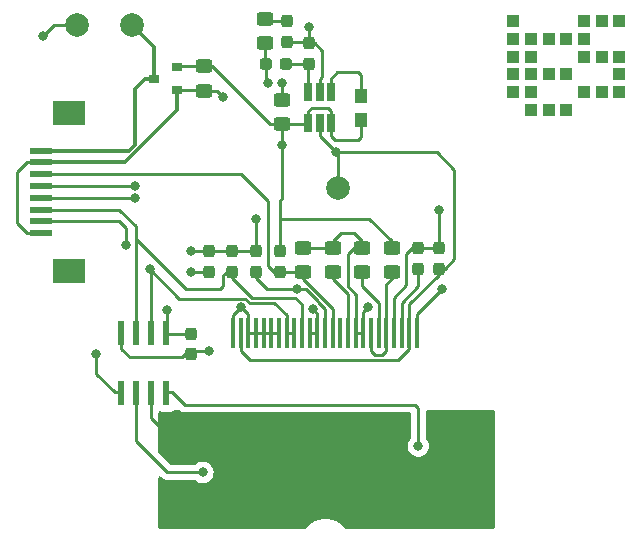
<source format=gtl>
G04 #@! TF.GenerationSoftware,KiCad,Pcbnew,(6.0.1-0)*
G04 #@! TF.CreationDate,2022-03-11T23:22:37+01:00*
G04 #@! TF.ProjectId,LidPCB,4c696450-4342-42e6-9b69-6361645f7063,rev?*
G04 #@! TF.SameCoordinates,Original*
G04 #@! TF.FileFunction,Copper,L1,Top*
G04 #@! TF.FilePolarity,Positive*
%FSLAX46Y46*%
G04 Gerber Fmt 4.6, Leading zero omitted, Abs format (unit mm)*
G04 Created by KiCad (PCBNEW (6.0.1-0)) date 2022-03-11 23:22:37*
%MOMM*%
%LPD*%
G01*
G04 APERTURE LIST*
G04 Aperture macros list*
%AMRoundRect*
0 Rectangle with rounded corners*
0 $1 Rounding radius*
0 $2 $3 $4 $5 $6 $7 $8 $9 X,Y pos of 4 corners*
0 Add a 4 corners polygon primitive as box body*
4,1,4,$2,$3,$4,$5,$6,$7,$8,$9,$2,$3,0*
0 Add four circle primitives for the rounded corners*
1,1,$1+$1,$2,$3*
1,1,$1+$1,$4,$5*
1,1,$1+$1,$6,$7*
1,1,$1+$1,$8,$9*
0 Add four rect primitives between the rounded corners*
20,1,$1+$1,$2,$3,$4,$5,0*
20,1,$1+$1,$4,$5,$6,$7,0*
20,1,$1+$1,$6,$7,$8,$9,0*
20,1,$1+$1,$8,$9,$2,$3,0*%
G04 Aperture macros list end*
G04 #@! TA.AperFunction,SMDPad,CuDef*
%ADD10C,2.000000*%
G04 #@! TD*
G04 #@! TA.AperFunction,SMDPad,CuDef*
%ADD11R,1.000000X1.000000*%
G04 #@! TD*
G04 #@! TA.AperFunction,SMDPad,CuDef*
%ADD12RoundRect,0.250000X0.450000X-0.325000X0.450000X0.325000X-0.450000X0.325000X-0.450000X-0.325000X0*%
G04 #@! TD*
G04 #@! TA.AperFunction,SMDPad,CuDef*
%ADD13RoundRect,0.250000X-0.450000X0.325000X-0.450000X-0.325000X0.450000X-0.325000X0.450000X0.325000X0*%
G04 #@! TD*
G04 #@! TA.AperFunction,SMDPad,CuDef*
%ADD14RoundRect,0.237500X-0.237500X0.287500X-0.237500X-0.287500X0.237500X-0.287500X0.237500X0.287500X0*%
G04 #@! TD*
G04 #@! TA.AperFunction,SMDPad,CuDef*
%ADD15R,1.000000X1.200000*%
G04 #@! TD*
G04 #@! TA.AperFunction,SMDPad,CuDef*
%ADD16R,1.000000X1.250000*%
G04 #@! TD*
G04 #@! TA.AperFunction,SMDPad,CuDef*
%ADD17RoundRect,0.237500X0.237500X-0.287500X0.237500X0.287500X-0.237500X0.287500X-0.237500X-0.287500X0*%
G04 #@! TD*
G04 #@! TA.AperFunction,SMDPad,CuDef*
%ADD18R,0.900000X0.800000*%
G04 #@! TD*
G04 #@! TA.AperFunction,SMDPad,CuDef*
%ADD19R,1.900000X0.600000*%
G04 #@! TD*
G04 #@! TA.AperFunction,SMDPad,CuDef*
%ADD20R,2.800000X2.100000*%
G04 #@! TD*
G04 #@! TA.AperFunction,SMDPad,CuDef*
%ADD21R,0.650000X1.560000*%
G04 #@! TD*
G04 #@! TA.AperFunction,SMDPad,CuDef*
%ADD22RoundRect,0.237500X-0.287500X-0.237500X0.287500X-0.237500X0.287500X0.237500X-0.287500X0.237500X0*%
G04 #@! TD*
G04 #@! TA.AperFunction,SMDPad,CuDef*
%ADD23R,0.350000X2.500000*%
G04 #@! TD*
G04 #@! TA.AperFunction,SMDPad,CuDef*
%ADD24R,0.558800X2.126800*%
G04 #@! TD*
G04 #@! TA.AperFunction,ViaPad*
%ADD25C,0.800000*%
G04 #@! TD*
G04 #@! TA.AperFunction,Conductor*
%ADD26C,0.250000*%
G04 #@! TD*
G04 #@! TA.AperFunction,Conductor*
%ADD27C,0.300000*%
G04 #@! TD*
G04 APERTURE END LIST*
D10*
X141920000Y-87140000D03*
X119825000Y-73375000D03*
X124550000Y-73400000D03*
D11*
X156775000Y-73050000D03*
X162775000Y-73050000D03*
X164275000Y-73050000D03*
X165775000Y-73050000D03*
X156775000Y-74550000D03*
X158275000Y-74550000D03*
X159775000Y-74550000D03*
X161275000Y-74550000D03*
X162775000Y-74550000D03*
X156775000Y-76050000D03*
X158275000Y-76050000D03*
X162775000Y-76050000D03*
X164275000Y-76050000D03*
X165775000Y-76050000D03*
X156775000Y-77550000D03*
X158275000Y-77550000D03*
X159775000Y-77550000D03*
X161275000Y-77550000D03*
X165775000Y-77550000D03*
X156775000Y-79050000D03*
X158275000Y-79050000D03*
X162775000Y-79050000D03*
X164275000Y-79050000D03*
X165775000Y-79050000D03*
X158275000Y-80550000D03*
X159775000Y-80550000D03*
X161275000Y-80550000D03*
D12*
X130600000Y-78925000D03*
X130600000Y-76875000D03*
D13*
X139000000Y-92250000D03*
X139000000Y-94300000D03*
D14*
X150500000Y-92250000D03*
X150500000Y-94000000D03*
D12*
X146500000Y-94300000D03*
X146500000Y-92250000D03*
D15*
X143900000Y-79350000D03*
D16*
X143900000Y-81375000D03*
D14*
X131000000Y-92500000D03*
X131000000Y-94250000D03*
X133000000Y-92500000D03*
X133000000Y-94250000D03*
X135000000Y-92500000D03*
X135000000Y-94250000D03*
D12*
X141500000Y-94300000D03*
X141500000Y-92250000D03*
D17*
X139500000Y-76675000D03*
X139500000Y-74925000D03*
D18*
X128350000Y-78850000D03*
X128350000Y-76950000D03*
X126350000Y-77900000D03*
D19*
X116800000Y-91000000D03*
X116800000Y-90000000D03*
X116800000Y-89000000D03*
X116800000Y-88000000D03*
X116800000Y-87000000D03*
X116800000Y-86000000D03*
X116800000Y-85000000D03*
X116800000Y-84000000D03*
D20*
X119150000Y-94150000D03*
X119150000Y-80850000D03*
D17*
X129500000Y-101250000D03*
X129500000Y-99500000D03*
D21*
X139450000Y-81700000D03*
X140400000Y-81700000D03*
X141350000Y-81700000D03*
X141350000Y-79000000D03*
X140400000Y-79000000D03*
X139450000Y-79000000D03*
D22*
X135825000Y-76700000D03*
X137575000Y-76700000D03*
D12*
X137250000Y-81775000D03*
X137250000Y-79725000D03*
D14*
X137600000Y-73025000D03*
X137600000Y-74775000D03*
D12*
X135800000Y-74925000D03*
X135800000Y-72875000D03*
D23*
X148650000Y-99450000D03*
X148000000Y-99450000D03*
X147350000Y-99450000D03*
X146700000Y-99450000D03*
X146050000Y-99450000D03*
X145400000Y-99450000D03*
X144750000Y-99450000D03*
X144100000Y-99450000D03*
X143450000Y-99450000D03*
X142800000Y-99450000D03*
X142150000Y-99450000D03*
X141500000Y-99450000D03*
X140850000Y-99450000D03*
X140200000Y-99450000D03*
X139550000Y-99450000D03*
X138900000Y-99450000D03*
X138250000Y-99450000D03*
X137600000Y-99450000D03*
X136950000Y-99450000D03*
X136300000Y-99450000D03*
X135650000Y-99450000D03*
X135000000Y-99450000D03*
X134350000Y-99450000D03*
X133700000Y-99450000D03*
X133050000Y-99450000D03*
D14*
X148750000Y-92250000D03*
X148750000Y-94000000D03*
X137000000Y-92500000D03*
X137000000Y-94250000D03*
D24*
X127405000Y-99463400D03*
X126135000Y-99450000D03*
X124865000Y-99450000D03*
X123595000Y-99450000D03*
X123595000Y-104550000D03*
X124865000Y-104550000D03*
X126135000Y-104550000D03*
X127405000Y-104550000D03*
D12*
X144000000Y-94300000D03*
X144000000Y-92250000D03*
D25*
X116950000Y-74300000D03*
X135000000Y-89750000D03*
X129500000Y-92500000D03*
X137250000Y-83500000D03*
X131000000Y-101000000D03*
X139800000Y-97400000D03*
X144500000Y-97250000D03*
X150750000Y-95750000D03*
X121500000Y-101250000D03*
X133750000Y-97250000D03*
X132250000Y-79500000D03*
X139500000Y-73500000D03*
X137250000Y-78250000D03*
X150500000Y-89000000D03*
X136000000Y-78250000D03*
X141800000Y-84130000D03*
X138501907Y-95741100D03*
X124750000Y-88000000D03*
X129500000Y-94250000D03*
X124000000Y-92000000D03*
X126000000Y-94000000D03*
X127500000Y-97500000D03*
X124750000Y-87000000D03*
X148750000Y-109000000D03*
X127750000Y-108250000D03*
X130500000Y-111250000D03*
D26*
X116950000Y-74300000D02*
X117875000Y-73375000D01*
X117875000Y-73375000D02*
X119825000Y-73375000D01*
X141920000Y-87140000D02*
X141920000Y-84250000D01*
X141920000Y-84250000D02*
X141800000Y-84130000D01*
D27*
X126350000Y-77900000D02*
X126350000Y-75200000D01*
X126350000Y-75200000D02*
X124550000Y-73400000D01*
D26*
X123595000Y-100776800D02*
X123595000Y-99536200D01*
X130600000Y-76875000D02*
X128425000Y-76875000D01*
X130600000Y-76875000D02*
X131300000Y-76875000D01*
X141350000Y-80650000D02*
X141350000Y-81700000D01*
X135000000Y-92500000D02*
X133000000Y-92500000D01*
X131300000Y-76875000D02*
X136200000Y-81775000D01*
X124318200Y-101500000D02*
X123595000Y-100776800D01*
X137000000Y-91975000D02*
X137000000Y-92500000D01*
X146400000Y-92150000D02*
X146500000Y-92250000D01*
X136200000Y-81775000D02*
X137250000Y-81775000D01*
X137250000Y-88000000D02*
X137250000Y-83500000D01*
X146500000Y-91675000D02*
X144575000Y-89750000D01*
X137000000Y-89750000D02*
X137000000Y-88250000D01*
X129500000Y-101250000D02*
X129025000Y-101250000D01*
X128775000Y-101500000D02*
X124318200Y-101500000D01*
X141100000Y-80400000D02*
X141350000Y-80650000D01*
X129025000Y-101250000D02*
X128775000Y-101500000D01*
X143900000Y-82850000D02*
X143900000Y-81200000D01*
X137000000Y-88250000D02*
X137250000Y-88000000D01*
X133000000Y-92500000D02*
X131000000Y-92500000D01*
X139450000Y-80670000D02*
X139720000Y-80400000D01*
X137250000Y-81775000D02*
X139375000Y-81775000D01*
X141350000Y-81700000D02*
X141350000Y-82730000D01*
X135000000Y-89750000D02*
X135000000Y-92500000D01*
X143650000Y-83100000D02*
X143900000Y-82850000D01*
X129750000Y-101000000D02*
X129500000Y-101250000D01*
X131000000Y-101000000D02*
X129750000Y-101000000D01*
X144575000Y-89750000D02*
X137565685Y-89750000D01*
X141720000Y-83100000D02*
X143650000Y-83100000D01*
X128425000Y-76875000D02*
X128350000Y-76950000D01*
X146500000Y-92250000D02*
X146500000Y-91675000D01*
X139375000Y-81775000D02*
X139450000Y-81700000D01*
X131000000Y-92500000D02*
X129500000Y-92500000D01*
X137000000Y-92500000D02*
X137000000Y-89750000D01*
X139450000Y-81700000D02*
X139450000Y-80670000D01*
X137250000Y-81775000D02*
X137250000Y-83500000D01*
X137565685Y-89750000D02*
X137000000Y-89750000D01*
X139720000Y-80400000D02*
X141100000Y-80400000D01*
X141350000Y-82730000D02*
X141720000Y-83100000D01*
X139550000Y-99450000D02*
X140200000Y-99450000D01*
X134350000Y-99450000D02*
X134350000Y-97950000D01*
X150525000Y-92225000D02*
X150500000Y-92250000D01*
X135000000Y-99450000D02*
X135650000Y-99450000D01*
X116800000Y-85000000D02*
X115600000Y-85000000D01*
X139000000Y-92250000D02*
X141500000Y-92250000D01*
X141500000Y-92250000D02*
X141500000Y-91675000D01*
X140400000Y-79000000D02*
X140400000Y-77970000D01*
X144100000Y-99450000D02*
X143450000Y-99450000D01*
X142755705Y-95494295D02*
X142755705Y-92794295D01*
X144000000Y-91675000D02*
X144000000Y-92250000D01*
X143450000Y-99450000D02*
X143450000Y-96188590D01*
X123595000Y-104463800D02*
X123065600Y-104463800D01*
X148250000Y-92250000D02*
X148750000Y-92250000D01*
X140400000Y-77970000D02*
X140600000Y-77770000D01*
X148750000Y-92250000D02*
X150500000Y-92250000D01*
X150500000Y-92250000D02*
X150500000Y-89000000D01*
X139975000Y-74925000D02*
X139500000Y-74925000D01*
X131675000Y-78925000D02*
X132250000Y-79500000D01*
X140600000Y-75550000D02*
X139975000Y-74925000D01*
X128350000Y-78850000D02*
X130525000Y-78850000D01*
X148650000Y-99450000D02*
X148650000Y-97850000D01*
X147750000Y-95400000D02*
X147750000Y-92750000D01*
X142755705Y-92794295D02*
X143300000Y-92250000D01*
X140200000Y-99450000D02*
X140200000Y-97800000D01*
X121500000Y-102898200D02*
X121500000Y-101250000D01*
X133050000Y-97950000D02*
X133750000Y-97250000D01*
D27*
X123886410Y-85000000D02*
X116800000Y-85000000D01*
D26*
X143325000Y-91000000D02*
X144000000Y-91675000D01*
X147750000Y-92750000D02*
X148250000Y-92250000D01*
X134350000Y-99450000D02*
X135000000Y-99450000D01*
X137250000Y-79725000D02*
X137250000Y-78250000D01*
X143300000Y-92250000D02*
X144000000Y-92250000D01*
X146700000Y-96450000D02*
X147750000Y-95400000D01*
X140200000Y-97800000D02*
X139800000Y-97400000D01*
D27*
X128350000Y-80536410D02*
X123886410Y-85000000D01*
D26*
X139350000Y-74775000D02*
X139500000Y-74925000D01*
X130525000Y-78850000D02*
X130600000Y-78925000D01*
X130600000Y-78925000D02*
X131675000Y-78925000D01*
X148650000Y-97850000D02*
X150750000Y-95750000D01*
D27*
X128350000Y-78850000D02*
X128350000Y-80536410D01*
D26*
X123065600Y-104463800D02*
X121500000Y-102898200D01*
X144100000Y-99450000D02*
X144100000Y-97650000D01*
X134350000Y-97850000D02*
X133750000Y-97250000D01*
X144100000Y-97650000D02*
X144500000Y-97250000D01*
X115600000Y-85000000D02*
X114750000Y-85850000D01*
X142175000Y-91000000D02*
X143325000Y-91000000D01*
X143450000Y-96188590D02*
X142755705Y-95494295D01*
X140600000Y-77770000D02*
X140600000Y-75550000D01*
X114750000Y-90150000D02*
X115600000Y-91000000D01*
X136300000Y-99450000D02*
X136950000Y-99450000D01*
X141500000Y-91675000D02*
X142175000Y-91000000D01*
X133050000Y-97950000D02*
X133050000Y-99450000D01*
X135650000Y-99450000D02*
X136300000Y-99450000D01*
X137600000Y-74775000D02*
X139350000Y-74775000D01*
X139500000Y-74925000D02*
X139500000Y-73500000D01*
X146700000Y-99450000D02*
X146700000Y-96450000D01*
X134350000Y-97950000D02*
X134350000Y-97850000D01*
X114750000Y-85850000D02*
X114750000Y-90150000D01*
X115600000Y-91000000D02*
X116800000Y-91000000D01*
X133700000Y-100950000D02*
X133700000Y-99450000D01*
X150300000Y-84130000D02*
X151800000Y-85630000D01*
X148000000Y-99450000D02*
X148000000Y-100810002D01*
X150975000Y-94000000D02*
X150500000Y-94000000D01*
X135800000Y-76675000D02*
X135825000Y-76700000D01*
X148000000Y-100810002D02*
X147059992Y-101750010D01*
X147059992Y-101750010D02*
X134500010Y-101750010D01*
X148000000Y-97025000D02*
X148000000Y-97950000D01*
X150500000Y-94000000D02*
X150500000Y-94525000D01*
X140400000Y-81700000D02*
X140400000Y-82730000D01*
X134500010Y-101750010D02*
X133700000Y-100950000D01*
X135800000Y-74925000D02*
X135800000Y-76675000D01*
X135825000Y-76700000D02*
X135825000Y-78075000D01*
X148000000Y-97950000D02*
X148000000Y-99450000D01*
X141800000Y-84130000D02*
X150300000Y-84130000D01*
X140400000Y-82730000D02*
X141800000Y-84130000D01*
X150500000Y-94525000D02*
X148000000Y-97025000D01*
X151800000Y-85630000D02*
X151800000Y-93175000D01*
X135825000Y-78075000D02*
X136000000Y-78250000D01*
X151800000Y-93175000D02*
X150975000Y-94000000D01*
X135950000Y-73025000D02*
X135800000Y-72875000D01*
X137600000Y-73025000D02*
X135950000Y-73025000D01*
D27*
X124750000Y-82250000D02*
X124750000Y-78750000D01*
X124250000Y-84000000D02*
X116800000Y-84000000D01*
X124750000Y-82250000D02*
X124750000Y-83500000D01*
X124750000Y-78750000D02*
X125600000Y-77900000D01*
X124750000Y-83500000D02*
X124250000Y-84000000D01*
X125600000Y-77900000D02*
X126350000Y-77900000D01*
D26*
X133750000Y-86000000D02*
X116800000Y-86000000D01*
X141500000Y-97375000D02*
X141500000Y-97950000D01*
X136500000Y-94250000D02*
X136000000Y-93750000D01*
X139000000Y-94300000D02*
X139000000Y-94875000D01*
X136000000Y-88250000D02*
X133750000Y-86000000D01*
X137000000Y-94250000D02*
X136500000Y-94250000D01*
X139000000Y-94300000D02*
X137050000Y-94300000D01*
X141500000Y-97950000D02*
X141500000Y-99450000D01*
X136000000Y-93750000D02*
X136000000Y-88250000D01*
X139000000Y-94875000D02*
X141500000Y-97375000D01*
X137050000Y-94300000D02*
X137000000Y-94250000D01*
X138900000Y-97000000D02*
X138350010Y-96450010D01*
X129100000Y-95750000D02*
X124865000Y-91515000D01*
X123450000Y-89000000D02*
X116800000Y-89000000D01*
X124865000Y-90415000D02*
X123450000Y-89000000D01*
X133000000Y-94775000D02*
X133000000Y-94250000D01*
X124865000Y-99536200D02*
X124865000Y-91515000D01*
X138900000Y-99450000D02*
X138900000Y-97000000D01*
X133000000Y-94250000D02*
X132525000Y-94250000D01*
X138350010Y-96450010D02*
X134675010Y-96450010D01*
X124865000Y-91515000D02*
X124865000Y-90415000D01*
X132250000Y-95500000D02*
X132000000Y-95750000D01*
X132000000Y-95750000D02*
X129100000Y-95750000D01*
X132525000Y-94250000D02*
X132250000Y-94525000D01*
X134675010Y-96450010D02*
X133000000Y-94775000D01*
X132250000Y-94525000D02*
X132250000Y-95500000D01*
X135966100Y-95741100D02*
X138501907Y-95741100D01*
X135000000Y-94250000D02*
X135000000Y-94775000D01*
X140850000Y-97376998D02*
X140850000Y-97950000D01*
X138501907Y-95741100D02*
X139229690Y-95741100D01*
X140850000Y-97950000D02*
X140850000Y-99450000D01*
X139229690Y-95741100D02*
X140250000Y-96761410D01*
X140250000Y-96776998D02*
X140850000Y-97376998D01*
X140250000Y-96761410D02*
X140250000Y-96776998D01*
X135000000Y-94775000D02*
X135966100Y-95741100D01*
X124750000Y-88000000D02*
X116800000Y-88000000D01*
X123450000Y-90000000D02*
X124000000Y-90550000D01*
X131000000Y-94250000D02*
X129500000Y-94250000D01*
X137600000Y-97950000D02*
X137600000Y-99450000D01*
X134473022Y-96900020D02*
X136550020Y-96900020D01*
X134098001Y-96524999D02*
X134473022Y-96900020D01*
X136550020Y-96900020D02*
X137600000Y-97950000D01*
X126000000Y-94000000D02*
X128524999Y-96524999D01*
X123800000Y-91800000D02*
X124000000Y-92000000D01*
X126135000Y-99536200D02*
X126135000Y-94135000D01*
X128524999Y-96524999D02*
X134098001Y-96524999D01*
X138250000Y-99450000D02*
X137600000Y-99450000D01*
X124000000Y-90550000D02*
X124000000Y-92000000D01*
X126135000Y-94135000D02*
X126000000Y-94000000D01*
X116800000Y-90000000D02*
X123450000Y-90000000D01*
X124750000Y-87000000D02*
X116800000Y-87000000D01*
X129463800Y-99536200D02*
X129500000Y-99500000D01*
X127405000Y-99536200D02*
X129463800Y-99536200D01*
X127500000Y-99441200D02*
X127405000Y-99536200D01*
X127500000Y-97500000D02*
X127500000Y-99441200D01*
X148750000Y-105750000D02*
X148750000Y-106250000D01*
X148750000Y-106250000D02*
X148750000Y-109000000D01*
X128970600Y-105500000D02*
X148500000Y-105500000D01*
X127934400Y-104463800D02*
X128970600Y-105500000D01*
X148500000Y-105500000D02*
X148750000Y-105750000D01*
X127405000Y-104463800D02*
X127934400Y-104463800D01*
X126135000Y-104463800D02*
X126135000Y-106635000D01*
X126135000Y-106635000D02*
X127750000Y-108250000D01*
X124865000Y-108615000D02*
X127500000Y-111250000D01*
X124865000Y-104463800D02*
X124865000Y-108615000D01*
X127500000Y-111250000D02*
X130500000Y-111250000D01*
X147350000Y-96900000D02*
X148750000Y-95500000D01*
X148750000Y-95500000D02*
X148750000Y-94000000D01*
X147350000Y-96900000D02*
X147350000Y-99450000D01*
X145400000Y-96900000D02*
X144000000Y-95500000D01*
X144000000Y-95500000D02*
X144000000Y-94300000D01*
X145400000Y-99450000D02*
X145400000Y-96900000D01*
X146050000Y-100950000D02*
X146050000Y-99450000D01*
X144750000Y-100950000D02*
X145100000Y-101300000D01*
X145100000Y-101300000D02*
X145700000Y-101300000D01*
X146500000Y-94875000D02*
X146050000Y-95325000D01*
X146050000Y-97950000D02*
X146050000Y-99450000D01*
X144750000Y-99450000D02*
X144750000Y-100950000D01*
X146500000Y-94300000D02*
X146500000Y-94875000D01*
X145700000Y-101300000D02*
X146050000Y-100950000D01*
X146050000Y-95325000D02*
X146050000Y-97950000D01*
X142800000Y-97950000D02*
X142800000Y-99450000D01*
X141500000Y-94300000D02*
X141500000Y-94875000D01*
X141500000Y-94875000D02*
X142800000Y-96175000D01*
X142800000Y-96175000D02*
X142800000Y-97950000D01*
X141900000Y-77350000D02*
X143650000Y-77350000D01*
X141350000Y-79000000D02*
X141350000Y-77900000D01*
X143900000Y-77600000D02*
X143900000Y-79500000D01*
X143650000Y-77350000D02*
X143900000Y-77600000D01*
X141350000Y-77900000D02*
X141900000Y-77350000D01*
X139450000Y-76725000D02*
X139500000Y-76675000D01*
X137575000Y-76700000D02*
X139475000Y-76700000D01*
X139475000Y-76700000D02*
X139500000Y-76675000D01*
X139450000Y-79000000D02*
X139450000Y-76725000D01*
G04 #@! TA.AperFunction,Conductor*
G36*
X128594503Y-106018000D02*
G01*
X128595280Y-106016587D01*
X128613034Y-106026348D01*
X128629553Y-106037199D01*
X128645559Y-106049614D01*
X128652828Y-106052759D01*
X128652832Y-106052762D01*
X128686137Y-106067174D01*
X128696787Y-106072391D01*
X128735540Y-106093695D01*
X128743215Y-106095666D01*
X128743216Y-106095666D01*
X128755162Y-106098733D01*
X128773867Y-106105137D01*
X128792455Y-106113181D01*
X128800278Y-106114420D01*
X128800288Y-106114423D01*
X128836124Y-106120099D01*
X128847744Y-106122505D01*
X128882889Y-106131528D01*
X128890570Y-106133500D01*
X128910824Y-106133500D01*
X128930534Y-106135051D01*
X128950543Y-106138220D01*
X128958435Y-106137474D01*
X128994561Y-106134059D01*
X129006419Y-106133500D01*
X147990500Y-106133500D01*
X148058621Y-106153502D01*
X148105114Y-106207158D01*
X148116500Y-106259500D01*
X148116500Y-108297476D01*
X148096498Y-108365597D01*
X148084142Y-108381779D01*
X148010960Y-108463056D01*
X147915473Y-108628444D01*
X147856458Y-108810072D01*
X147836496Y-109000000D01*
X147856458Y-109189928D01*
X147915473Y-109371556D01*
X148010960Y-109536944D01*
X148138747Y-109678866D01*
X148293248Y-109791118D01*
X148299276Y-109793802D01*
X148299278Y-109793803D01*
X148461681Y-109866109D01*
X148467712Y-109868794D01*
X148561112Y-109888647D01*
X148648056Y-109907128D01*
X148648061Y-109907128D01*
X148654513Y-109908500D01*
X148845487Y-109908500D01*
X148851939Y-109907128D01*
X148851944Y-109907128D01*
X148938888Y-109888647D01*
X149032288Y-109868794D01*
X149038319Y-109866109D01*
X149200722Y-109793803D01*
X149200724Y-109793802D01*
X149206752Y-109791118D01*
X149361253Y-109678866D01*
X149489040Y-109536944D01*
X149584527Y-109371556D01*
X149643542Y-109189928D01*
X149663504Y-109000000D01*
X149643542Y-108810072D01*
X149584527Y-108628444D01*
X149489040Y-108463056D01*
X149415863Y-108381785D01*
X149385147Y-108317779D01*
X149383500Y-108297476D01*
X149383500Y-106126000D01*
X149403502Y-106057879D01*
X149457158Y-106011386D01*
X149509500Y-106000000D01*
X155124000Y-106000000D01*
X155192121Y-106020002D01*
X155238614Y-106073658D01*
X155250000Y-106126000D01*
X155250000Y-115874000D01*
X155229998Y-115942121D01*
X155176342Y-115988614D01*
X155124000Y-116000000D01*
X142614775Y-116000000D01*
X142546654Y-115979998D01*
X142516441Y-115952781D01*
X142465255Y-115888891D01*
X142462578Y-115885549D01*
X142459476Y-115882605D01*
X142459472Y-115882601D01*
X142252204Y-115685911D01*
X142252201Y-115685909D01*
X142249095Y-115682961D01*
X142010092Y-115511220D01*
X141749993Y-115373504D01*
X141473610Y-115272362D01*
X141186057Y-115209666D01*
X141145486Y-115206473D01*
X140957691Y-115191693D01*
X140957682Y-115191693D01*
X140955234Y-115191500D01*
X140796010Y-115191500D01*
X140793874Y-115191646D01*
X140793863Y-115191646D01*
X140580650Y-115206181D01*
X140580644Y-115206182D01*
X140576373Y-115206473D01*
X140572178Y-115207342D01*
X140572176Y-115207342D01*
X140432276Y-115236314D01*
X140288180Y-115266155D01*
X140010753Y-115364397D01*
X139749226Y-115499382D01*
X139745725Y-115501843D01*
X139745721Y-115501845D01*
X139511948Y-115666144D01*
X139508438Y-115668611D01*
X139292844Y-115868952D01*
X139290130Y-115872268D01*
X139290128Y-115872270D01*
X139223392Y-115953806D01*
X139164767Y-115993852D01*
X139125888Y-116000000D01*
X126876000Y-116000000D01*
X126807879Y-115979998D01*
X126761386Y-115926342D01*
X126750000Y-115874000D01*
X126750000Y-111700095D01*
X126770002Y-111631974D01*
X126823658Y-111585481D01*
X126893932Y-111575377D01*
X126958512Y-111604871D01*
X126965095Y-111611000D01*
X126996348Y-111642253D01*
X127003888Y-111650539D01*
X127008000Y-111657018D01*
X127013777Y-111662443D01*
X127057651Y-111703643D01*
X127060493Y-111706398D01*
X127080230Y-111726135D01*
X127083427Y-111728615D01*
X127092447Y-111736318D01*
X127124679Y-111766586D01*
X127131625Y-111770405D01*
X127131628Y-111770407D01*
X127142434Y-111776348D01*
X127158953Y-111787199D01*
X127174959Y-111799614D01*
X127182228Y-111802759D01*
X127182232Y-111802762D01*
X127215537Y-111817174D01*
X127226187Y-111822391D01*
X127264940Y-111843695D01*
X127272615Y-111845666D01*
X127272616Y-111845666D01*
X127284562Y-111848733D01*
X127303267Y-111855137D01*
X127321855Y-111863181D01*
X127329678Y-111864420D01*
X127329688Y-111864423D01*
X127365524Y-111870099D01*
X127377144Y-111872505D01*
X127412289Y-111881528D01*
X127419970Y-111883500D01*
X127440224Y-111883500D01*
X127459934Y-111885051D01*
X127479943Y-111888220D01*
X127487835Y-111887474D01*
X127523961Y-111884059D01*
X127535819Y-111883500D01*
X129791800Y-111883500D01*
X129859921Y-111903502D01*
X129879147Y-111919843D01*
X129879420Y-111919540D01*
X129884332Y-111923963D01*
X129888747Y-111928866D01*
X130043248Y-112041118D01*
X130049276Y-112043802D01*
X130049278Y-112043803D01*
X130211681Y-112116109D01*
X130217712Y-112118794D01*
X130311112Y-112138647D01*
X130398056Y-112157128D01*
X130398061Y-112157128D01*
X130404513Y-112158500D01*
X130595487Y-112158500D01*
X130601939Y-112157128D01*
X130601944Y-112157128D01*
X130688888Y-112138647D01*
X130782288Y-112118794D01*
X130788319Y-112116109D01*
X130950722Y-112043803D01*
X130950724Y-112043802D01*
X130956752Y-112041118D01*
X131111253Y-111928866D01*
X131147851Y-111888220D01*
X131234621Y-111791852D01*
X131234622Y-111791851D01*
X131239040Y-111786944D01*
X131334527Y-111621556D01*
X131393542Y-111439928D01*
X131413504Y-111250000D01*
X131393542Y-111060072D01*
X131334527Y-110878444D01*
X131239040Y-110713056D01*
X131111253Y-110571134D01*
X130956752Y-110458882D01*
X130950724Y-110456198D01*
X130950722Y-110456197D01*
X130788319Y-110383891D01*
X130788318Y-110383891D01*
X130782288Y-110381206D01*
X130688887Y-110361353D01*
X130601944Y-110342872D01*
X130601939Y-110342872D01*
X130595487Y-110341500D01*
X130404513Y-110341500D01*
X130398061Y-110342872D01*
X130398056Y-110342872D01*
X130311113Y-110361353D01*
X130217712Y-110381206D01*
X130211682Y-110383891D01*
X130211681Y-110383891D01*
X130049278Y-110456197D01*
X130049276Y-110456198D01*
X130043248Y-110458882D01*
X129888747Y-110571134D01*
X129884332Y-110576037D01*
X129879420Y-110580460D01*
X129878295Y-110579211D01*
X129824986Y-110612051D01*
X129791800Y-110616500D01*
X127814594Y-110616500D01*
X127746473Y-110596498D01*
X127725499Y-110579595D01*
X126786905Y-109641001D01*
X126752879Y-109578689D01*
X126750000Y-109551906D01*
X126750000Y-106197493D01*
X126770002Y-106129372D01*
X126823658Y-106082879D01*
X126893932Y-106072775D01*
X126920229Y-106079511D01*
X127007882Y-106112371D01*
X127007888Y-106112373D01*
X127015284Y-106115145D01*
X127077466Y-106121900D01*
X127732534Y-106121900D01*
X127794716Y-106115145D01*
X127931105Y-106064015D01*
X127982931Y-106025174D01*
X128049436Y-106000326D01*
X128058495Y-106000000D01*
X128533200Y-106000000D01*
X128594503Y-106018000D01*
G37*
G04 #@! TD.AperFunction*
M02*

</source>
